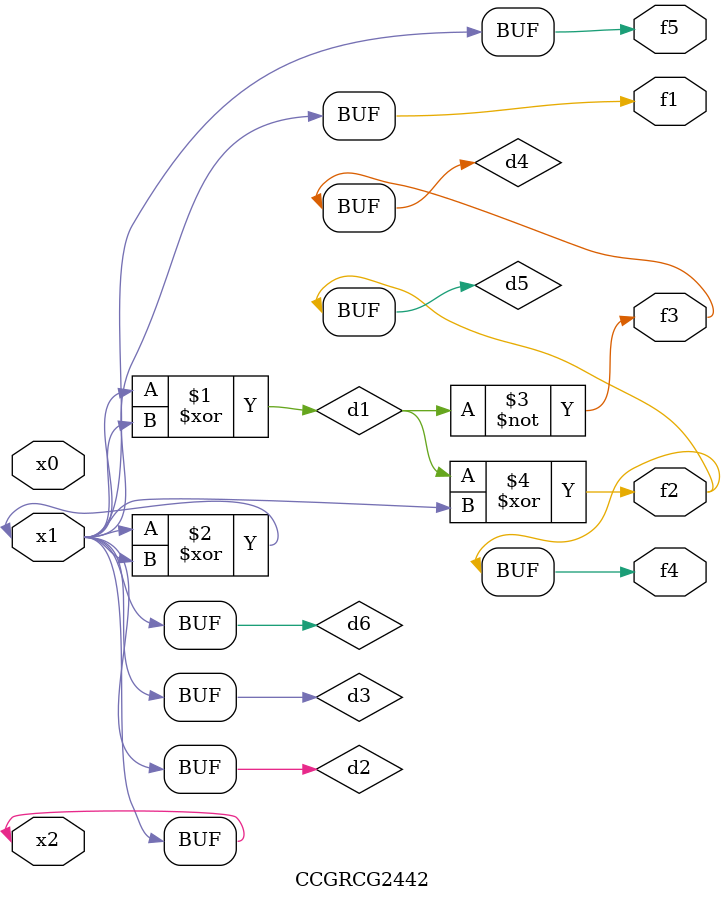
<source format=v>
module CCGRCG2442(
	input x0, x1, x2,
	output f1, f2, f3, f4, f5
);

	wire d1, d2, d3, d4, d5, d6;

	xor (d1, x1, x2);
	buf (d2, x1, x2);
	xor (d3, x1, x2);
	nor (d4, d1);
	xor (d5, d1, d2);
	buf (d6, d2, d3);
	assign f1 = d6;
	assign f2 = d5;
	assign f3 = d4;
	assign f4 = d5;
	assign f5 = d6;
endmodule

</source>
